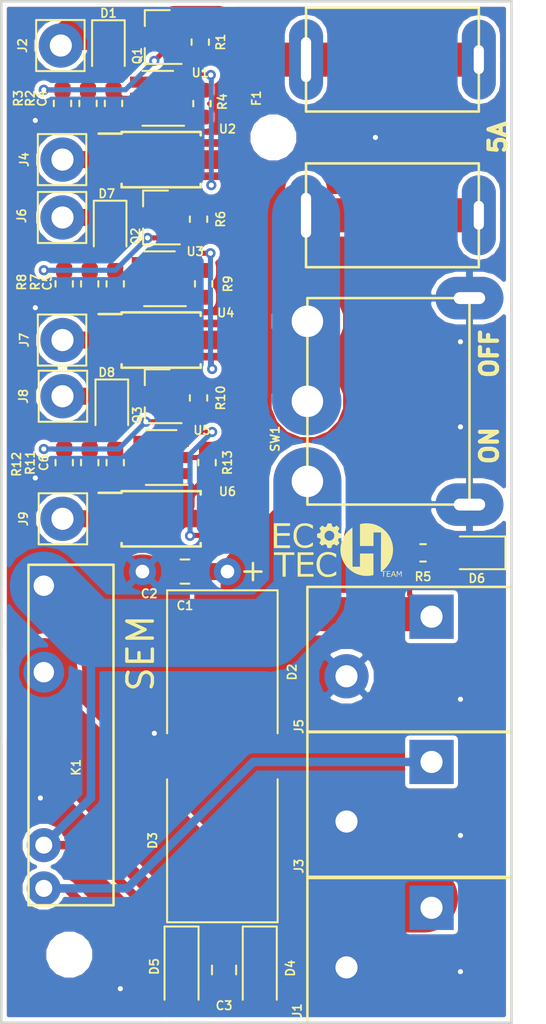
<source format=kicad_pcb>
(kicad_pcb (version 20171130) (host pcbnew "(5.0.2)-1")
  (layers (0 F.Cu signal) (31 B.Cu signal) (34 B.Paste user hide) (35 F.Paste user hide) (36 B.SilkS user) (37 F.SilkS user) (38 B.Mask user) (39 F.Mask user) (44 Edge.Cuts user))
  (net 0 "")
  (net 1 "Net-(D1-Pad2)")
  (net 2 "Net-(C4-Pad2)")
  (net 3 "Net-(C6-Pad2)")
  (net 4 "Net-(D8-Pad2)")
  (net 5 "Net-(C4-Pad1)")
  (net 6 "Net-(F1-Pad2)")
  (net 7 GND)
  (net 8 "Net-(R13-Pad1)")
  (net 9 "Net-(Q3-Pad1)")
  (net 10 "Net-(Q1-Pad1)")
  (net 11 "Net-(R4-Pad1)")
  (net 12 "Net-(Q2-Pad2)")
  (net 13 "Net-(D6-Pad2)")
  (net 14 +12V)
  (net 15 "Net-(D7-Pad2)")
  (net 16 "Net-(C5-Pad2)")
  (net 17 "Net-(Q2-Pad1)")
  (net 18 "Net-(C5-Pad1)")
  (net 19 "Net-(Q3-Pad2)")
  (net 20 "Net-(R9-Pad1)")
  (net 21 "Net-(C6-Pad1)")
  (net 22 "Net-(U1-Pad1)")
  (net 23 "Net-(U1-Pad3)")
  (net 24 "Net-(U1-Pad4)")
  (net 25 "Net-(U3-Pad4)")
  (net 26 "Net-(U3-Pad3)")
  (net 27 "Net-(U3-Pad1)")
  (net 28 "Net-(U5-Pad1)")
  (net 29 "Net-(U5-Pad3)")
  (net 30 "Net-(U5-Pad4)")
  (net 31 "Net-(D1-Pad1)")
  (net 32 "Net-(D7-Pad1)")
  (net 33 "Net-(D8-Pad1)")
  (net 34 "Net-(U6-Pad1)")
  (net 35 "Net-(U2-Pad1)")
  (net 36 "Net-(U4-Pad1)")
  (net 37 "Net-(D5-Pad2)")
  (net 38 "Net-(C3-Pad1)")
  (net 39 "Net-(F1-Pad1)")
  (net 40 "Net-(U6-Pad8)")
  (net 41 "Net-(U2-Pad8)")
  (net 42 "Net-(U4-Pad8)")
  (module Footprints:EcoTech_small (layer F.Cu) (at 154.6 93.4)
    (fp_text reference "" hide)
    (fp_text value EcoTechLogo hide)
  )
  (module Footprints:C_Radial_D10.0mm_H20.0mm_P5.00mm (layer F.Cu) (at 148.3 94.5 180)
    (fp_text reference C1 (at 2.5 -2 180) (layer F.SilkS) (effects (font (size 0.5 0.5) (thickness 0.1))))
    (fp_text value 470u)
    (pad 2 thru_hole circle (at 5 0 180) (size 1.6 1.6) (drill 0.8) (layers *.Cu *.Mask) (net 7 GND))
    (pad 1 thru_hole circle (at 0 0 180) (size 1.6 1.6) (drill 0.8) (layers *.Cu *.Mask) (net 14 +12V))
  )
  (module Footprints:Fuse_Blade_90 (layer F.Cu) (at 158 69 90)
    (fp_text reference F1 (at 2.3 -8 270) (layer F.SilkS) (effects (font (size 0.5 0.5) (thickness 0.1))))
    (fp_text value Fuse)
    (pad 2 thru_hole oval (at 4.572 5.08 90) (size 4.7 2) (drill oval 1.7 0.6) (layers *.Cu *.Mask) (net 6 "Net-(F1-Pad2)"))
    (pad 2 thru_hole oval (at 4.572 -5.08 90) (size 4.75 2) (drill oval 2.64 0.6) (layers *.Cu *.Mask) (net 6 "Net-(F1-Pad2)"))
    (pad 1 thru_hole oval (at -4.572 5.08 90) (size 4.7 2) (drill oval 1.7 0.6) (layers *.Cu *.Mask) (net 39 "Net-(F1-Pad1)"))
    (pad 1 thru_hole oval (at -4.572 -5.08 90) (size 4.75 2) (drill oval 2.64 0.6) (layers *.Cu *.Mask) (net 39 "Net-(F1-Pad1)"))
  )
  (module Footprints:RFM18 (layer F.Cu) (at 136.6 104.1 270)
    (fp_text reference K1 (at 1.9 -2.8 270) (layer F.SilkS) (effects (font (size 0.5 0.5) (thickness 0.1))))
    (fp_text value FRM18)
    (pad 4 thru_hole circle (at 9.01 -0.9 270) (size 2 2) (drill 1) (layers *.Cu *.Mask) (net 37 "Net-(D5-Pad2)"))
    (pad 3 thru_hole circle (at 6.47 -0.9 270) (size 2 2) (drill 1) (layers *.Cu *.Mask) (net 14 +12V))
    (pad 2 thru_hole circle (at -3.69 -0.9 270) (size 2.4 2.4) (drill 1.2) (layers *.Cu *.Mask) (net 38 "Net-(C3-Pad1)"))
    (pad 1 thru_hole circle (at -8.77 -0.9 270) (size 2.4 2.4) (drill 1.2) (layers *.Cu *.Mask) (net 14 +12V))
  )
  (module Footprints:TerminalBlock_DG250_02P (layer F.Cu) (at 165 95.4 270)
    (fp_text reference J5 (at 8.2 12.5 270) (layer F.SilkS) (effects (font (size 0.5 0.5) (thickness 0.1))))
    (fp_text value Screw_Terminal_01x02 hide)
    (pad 1 thru_hole rect (at 1.75 4.7 270) (size 2.6 2.6) (drill 1.3) (layers *.Cu *.Mask) (net 14 +12V))
    (pad 2 thru_hole circle (at 5.25 9.7 270) (size 2.6 2.6) (drill 1.3) (layers *.Cu *.Mask) (net 7 GND))
  )
  (module Footprints:TerminalBlock_DG250_02P (layer F.Cu) (at 165 112.5 270)
    (fp_text reference J1 (at 7.8 12.6 270) (layer F.SilkS) (effects (font (size 0.5 0.5) (thickness 0.1))))
    (fp_text value Screw_Terminal_01x02 hide)
    (pad 1 thru_hole rect (at 1.75 4.7 270) (size 2.6 2.6) (drill 1.3) (layers *.Cu *.Mask) (net 38 "Net-(C3-Pad1)"))
    (pad 2 thru_hole circle (at 5.25 9.7 270) (size 2.6 2.6) (drill 1.3) (layers *.Cu *.Mask) (net 7 GND))
  )
  (module Footprints:TerminalBlock_DG250_02P (layer F.Cu) (at 165 103.932 270)
    (fp_text reference J3 (at 7.868 12.5 270) (layer F.SilkS) (effects (font (size 0.5 0.5) (thickness 0.1))))
    (fp_text value Screw_Terminal_01x02 hide)
    (pad 1 thru_hole rect (at 1.75 4.7 270) (size 2.6 2.6) (drill 1.3) (layers *.Cu *.Mask) (net 37 "Net-(D5-Pad2)"))
    (pad 2 thru_hole circle (at 5.25 9.7 270) (size 2.6 2.6) (drill 1.3) (layers *.Cu *.Mask) (net 7 GND))
  )
  (module MountingHole:MountingHole_2.2mm_M2 (layer F.Cu) (at 151 69)
    (fp_text reference H1 hide)
    (fp_text value MountingHole)
    (pad 1 np_thru_hole circle (at 0 0) (size 2.2 2.2) (drill 2.2) (layers *.Cu *.Mask))
  )
  (module MountingHole:MountingHole_2.2mm_M2 (layer F.Cu) (at 139 117)
    (fp_text reference H2 hide)
    (fp_text value MountingHole)
    (pad 1 np_thru_hole circle (at 0 0) (size 2.2 2.2) (drill 2.2) (layers *.Cu *.Mask))
  )
  (module Footprints:5MS1S102AM6QE (layer F.Cu) (at 158 84.5 90)
    (fp_text reference SW1 (at -2.2 -6.9 90) (layer F.SilkS) (effects (font (size 0.5 0.5) (thickness 0.1))))
    (fp_text value SW_SPDT)
    (pad 0 thru_hole oval (at 6.065 4.53 90) (size 2.5 4) (drill oval 0.7 1.85) (layers *.Cu *.Mask) (net 7 GND))
    (pad 0 thru_hole oval (at -6.065 4.53 90) (size 2.5 4) (drill oval 0.7 1.85) (layers *.Cu *.Mask) (net 7 GND))
    (pad 3 thru_hole circle (at -4.7 -5 90) (size 3.7 3.7) (drill 1.85) (layers *.Cu *.Mask) (net 14 +12V))
    (pad 2 thru_hole circle (at 0 -5 90) (size 3.7 3.7) (drill 1.85) (layers *.Cu *.Mask) (net 39 "Net-(F1-Pad1)"))
    (pad 1 thru_hole circle (at 4.7 -5 90) (size 3.7 3.7) (drill 1.85) (layers *.Cu *.Mask) (net 39 "Net-(F1-Pad1)"))
  )
  (module Package_SO:TSSOP-8_4.4x3mm_P0.65mm (layer F.Cu) (at 144.4 80.9)
    (fp_text reference U4 (at 3.8 -1.6) (layer F.SilkS) (effects (font (size 0.5 0.5) (thickness 0.1))))
    (fp_text value FS8205A)
    (pad 8 smd rect (at 2.95 -0.975) (size 1.45 0.45) (layers F.Cu F.Paste F.Mask) (net 42 "Net-(U4-Pad8)"))
    (pad 7 smd rect (at 2.95 -0.325) (size 1.45 0.45) (layers F.Cu F.Paste F.Mask) (net 19 "Net-(Q3-Pad2)"))
    (pad 6 smd rect (at 2.95 0.325) (size 1.45 0.45) (layers F.Cu F.Paste F.Mask) (net 19 "Net-(Q3-Pad2)"))
    (pad 5 smd rect (at 2.95 0.975) (size 1.45 0.45) (layers F.Cu F.Paste F.Mask) (net 26 "Net-(U3-Pad3)"))
    (pad 4 smd rect (at -2.95 0.975) (size 1.45 0.45) (layers F.Cu F.Paste F.Mask) (net 27 "Net-(U3-Pad1)"))
    (pad 3 smd rect (at -2.95 0.325) (size 1.45 0.45) (layers F.Cu F.Paste F.Mask) (net 16 "Net-(C5-Pad2)"))
    (pad 2 smd rect (at -2.95 -0.325) (size 1.45 0.45) (layers F.Cu F.Paste F.Mask) (net 16 "Net-(C5-Pad2)"))
    (pad 1 smd rect (at -2.95 -0.975) (size 1.45 0.45) (layers F.Cu F.Paste F.Mask) (net 36 "Net-(U4-Pad1)"))
  )
  (module Resistor_SMD:R_0603_1608Metric (layer F.Cu) (at 146.9 77.6 270)
    (fp_text reference R9 (at 0 -1.43 270) (layer F.SilkS) (effects (font (size 0.5 0.5) (thickness 0.1))))
    (fp_text value 1k)
    (pad 2 smd roundrect (at 0.7875 0 270) (size 0.875 0.95) (layers F.Cu F.Paste F.Mask) (net 19 "Net-(Q3-Pad2)"))
    (pad 1 smd roundrect (at -0.7875 0 270) (size 0.875 0.95) (layers F.Cu F.Paste F.Mask) (net 20 "Net-(R9-Pad1)"))
  )
  (module Capacitor_SMD:C_0603_1608Metric (layer F.Cu) (at 141.6 67 270)
    (fp_text reference C4 (at -0.3 4.2 270) (layer F.SilkS) (effects (font (size 0.5 0.5) (thickness 0.1))))
    (fp_text value 100n)
    (pad 2 smd roundrect (at 0.7875 0 270) (size 0.875 0.95) (layers F.Cu F.Paste F.Mask) (net 2 "Net-(C4-Pad2)"))
    (pad 1 smd roundrect (at -0.7875 0 270) (size 0.875 0.95) (layers F.Cu F.Paste F.Mask) (net 5 "Net-(C4-Pad1)"))
  )
  (module Capacitor_SMD:C_0603_1608Metric (layer F.Cu) (at 141.7 77.6 270)
    (fp_text reference C5 (at -0.1 4 270) (layer F.SilkS) (effects (font (size 0.5 0.5) (thickness 0.1))))
    (fp_text value 100n)
    (pad 2 smd roundrect (at 0.7875 0 270) (size 0.875 0.95) (layers F.Cu F.Paste F.Mask) (net 16 "Net-(C5-Pad2)"))
    (pad 1 smd roundrect (at -0.7875 0 270) (size 0.875 0.95) (layers F.Cu F.Paste F.Mask) (net 18 "Net-(C5-Pad1)"))
  )
  (module Capacitor_SMD:C_0603_1608Metric (layer F.Cu) (at 141.7 88.1 270)
    (fp_text reference C6 (at 0 4.2 270) (layer F.SilkS) (effects (font (size 0.5 0.5) (thickness 0.1))))
    (fp_text value 100n)
    (pad 2 smd roundrect (at 0.7875 0 270) (size 0.875 0.95) (layers F.Cu F.Paste F.Mask) (net 3 "Net-(C6-Pad2)"))
    (pad 1 smd roundrect (at -0.7875 0 270) (size 0.875 0.95) (layers F.Cu F.Paste F.Mask) (net 21 "Net-(C6-Pad1)"))
  )
  (module Capacitor_SMD:C_0805_2012Metric (layer F.Cu) (at 145.8 94.5 180)
    (fp_text reference C2 (at 2.1 -1.3 180) (layer F.SilkS) (effects (font (size 0.5 0.5) (thickness 0.1))))
    (fp_text value 100n)
    (pad 2 smd roundrect (at 0.9375 0 180) (size 0.975 1.4) (layers F.Cu F.Paste F.Mask) (net 7 GND))
    (pad 1 smd roundrect (at -0.9375 0 180) (size 0.975 1.4) (layers F.Cu F.Paste F.Mask) (net 14 +12V))
  )
  (module Capacitor_SMD:C_0805_2012Metric (layer F.Cu) (at 148.1 117.9 270)
    (fp_text reference C3 (at 2.1 0) (layer F.SilkS) (effects (font (size 0.5 0.5) (thickness 0.1))))
    (fp_text value 100n)
    (pad 2 smd roundrect (at 0.9375 0 270) (size 0.975 1.4) (layers F.Cu F.Paste F.Mask) (net 7 GND))
    (pad 1 smd roundrect (at -0.9375 0 270) (size 0.975 1.4) (layers F.Cu F.Paste F.Mask) (net 38 "Net-(C3-Pad1)"))
  )
  (module Connector_Pin:Pin_D1.4mm_L8.5mm_W2.8mm_FlatFork (layer F.Cu) (at 138.5 63.6 270)
    (fp_text reference J2 (at 0 2.25 270) (layer F.SilkS) (effects (font (size 0.5 0.5) (thickness 0.1))))
    (fp_text value Conn_01x01)
    (pad 1 thru_hole circle (at 0 0 270) (size 2.6 2.6) (drill 1.3) (layers *.Cu *.Mask) (net 31 "Net-(D1-Pad1)"))
  )
  (module Connector_Pin:Pin_D1.4mm_L8.5mm_W2.8mm_FlatFork (layer F.Cu) (at 138.6 70.3 270)
    (fp_text reference J4 (at 0 2.25 270) (layer F.SilkS) (effects (font (size 0.5 0.5) (thickness 0.1))))
    (fp_text value Conn_01x01)
    (pad 1 thru_hole circle (at 0 0 270) (size 2.6 2.6) (drill 1.3) (layers *.Cu *.Mask) (net 2 "Net-(C4-Pad2)"))
  )
  (module Connector_Pin:Pin_D1.4mm_L8.5mm_W2.8mm_FlatFork (layer F.Cu) (at 138.6 73.7 270)
    (fp_text reference J6 (at -0.1 2.4 270) (layer F.SilkS) (effects (font (size 0.5 0.5) (thickness 0.1))))
    (fp_text value Conn_01x01)
    (pad 1 thru_hole circle (at 0 0 270) (size 2.6 2.6) (drill 1.3) (layers *.Cu *.Mask) (net 32 "Net-(D7-Pad1)"))
  )
  (module Connector_Pin:Pin_D1.4mm_L8.5mm_W2.8mm_FlatFork (layer F.Cu) (at 138.6 80.9 270)
    (fp_text reference J7 (at 0 2.25 270) (layer F.SilkS) (effects (font (size 0.5 0.5) (thickness 0.1))))
    (fp_text value Conn_01x01)
    (pad 1 thru_hole circle (at 0 0 270) (size 2.6 2.6) (drill 1.3) (layers *.Cu *.Mask) (net 16 "Net-(C5-Pad2)"))
  )
  (module Connector_Pin:Pin_D1.4mm_L8.5mm_W2.8mm_FlatFork (layer F.Cu) (at 138.6 84.2 90)
    (fp_text reference J8 (at 0 -2.3 90) (layer F.SilkS) (effects (font (size 0.5 0.5) (thickness 0.1))))
    (fp_text value Conn_01x01)
    (pad 1 thru_hole circle (at 0 0 90) (size 2.6 2.6) (drill 1.3) (layers *.Cu *.Mask) (net 33 "Net-(D8-Pad1)"))
  )
  (module Connector_Pin:Pin_D1.4mm_L8.5mm_W2.8mm_FlatFork (layer F.Cu) (at 138.6 91.4 90)
    (fp_text reference J9 (at 0 -2.3 90) (layer F.SilkS) (effects (font (size 0.5 0.5) (thickness 0.1))))
    (fp_text value Conn_01x01)
    (pad 1 thru_hole circle (at 0 0 90) (size 2.6 2.6) (drill 1.3) (layers *.Cu *.Mask) (net 3 "Net-(C6-Pad2)"))
  )
  (module Diode_SMD:D_MiniMELF (layer F.Cu) (at 145.6 117.9 270)
    (fp_text reference D5 (at -0.2 1.6 90) (layer F.SilkS) (effects (font (size 0.5 0.5) (thickness 0.1))))
    (fp_text value D_ALT)
    (pad 2 smd rect (at 1.75 0 270) (size 1.3 1.7) (layers F.Cu F.Paste F.Mask) (net 37 "Net-(D5-Pad2)"))
    (pad 1 smd rect (at -1.75 0 270) (size 1.3 1.7) (layers F.Cu F.Paste F.Mask) (net 14 +12V))
  )
  (module Diode_SMD:D_MiniMELF (layer F.Cu) (at 150.2 117.9 270)
    (fp_text reference D4 (at -0.1 -1.8 270) (layer F.SilkS) (effects (font (size 0.5 0.5) (thickness 0.1))))
    (fp_text value D_ALT)
    (pad 2 smd rect (at 1.75 0 270) (size 1.3 1.7) (layers F.Cu F.Paste F.Mask) (net 7 GND))
    (pad 1 smd rect (at -1.75 0 270) (size 1.3 1.7) (layers F.Cu F.Paste F.Mask) (net 38 "Net-(C3-Pad1)"))
  )
  (module Diode_SMD:D_SMC (layer F.Cu) (at 148 110.3 90)
    (fp_text reference D3 (at 0 -4.1 90) (layer F.SilkS) (effects (font (size 0.5 0.5) (thickness 0.1))))
    (fp_text value D_TVS_ALT)
    (pad 2 smd rect (at 3.4 0 180) (size 3.3 2.5) (layers F.Cu F.Paste F.Mask) (net 7 GND))
    (pad 1 smd rect (at -3.4 0 180) (size 3.3 2.5) (layers F.Cu F.Paste F.Mask) (net 38 "Net-(C3-Pad1)"))
  )
  (module Diode_SMD:D_SMC (layer F.Cu) (at 148 100.4 270)
    (fp_text reference D2 (at 0 -4.1 270) (layer F.SilkS) (effects (font (size 0.5 0.5) (thickness 0.1))))
    (fp_text value D_TVS_ALT)
    (pad 2 smd rect (at 3.4 0) (size 3.3 2.5) (layers F.Cu F.Paste F.Mask) (net 7 GND))
    (pad 1 smd rect (at -3.4 0) (size 3.3 2.5) (layers F.Cu F.Paste F.Mask) (net 14 +12V))
  )
  (module LED_SMD:LED_0805_2012Metric (layer F.Cu) (at 141.4 74.4 270)
    (fp_text reference D7 (at -2.1 0.2) (layer F.SilkS) (effects (font (size 0.5 0.5) (thickness 0.1))))
    (fp_text value RED)
    (pad 2 smd roundrect (at 0.9375 0 270) (size 0.975 1.4) (layers F.Cu F.Paste F.Mask) (net 15 "Net-(D7-Pad2)"))
    (pad 1 smd roundrect (at -0.9375 0 270) (size 0.975 1.4) (layers F.Cu F.Paste F.Mask) (net 32 "Net-(D7-Pad1)"))
  )
  (module LED_SMD:LED_0805_2012Metric (layer F.Cu) (at 141.5 84.9 270)
    (fp_text reference D8 (at -2.1 0.3) (layer F.SilkS) (effects (font (size 0.5 0.5) (thickness 0.1))))
    (fp_text value RED)
    (pad 2 smd roundrect (at 0.9375 0 270) (size 0.975 1.4) (layers F.Cu F.Paste F.Mask) (net 4 "Net-(D8-Pad2)"))
    (pad 1 smd roundrect (at -0.9375 0 270) (size 0.975 1.4) (layers F.Cu F.Paste F.Mask) (net 33 "Net-(D8-Pad1)"))
  )
  (module LED_SMD:LED_0805_2012Metric (layer F.Cu) (at 141.3 63.8 270)
    (fp_text reference D1 (at -2.1 0) (layer F.SilkS) (effects (font (size 0.5 0.5) (thickness 0.1))))
    (fp_text value RED)
    (pad 2 smd roundrect (at 0.9375 0 270) (size 0.975 1.4) (layers F.Cu F.Paste F.Mask) (net 1 "Net-(D1-Pad2)"))
    (pad 1 smd roundrect (at -0.9375 0 270) (size 0.975 1.4) (layers F.Cu F.Paste F.Mask) (net 31 "Net-(D1-Pad1)"))
  )
  (module LED_SMD:LED_0805_2012Metric (layer F.Cu) (at 162.9625 93.4 180)
    (fp_text reference D6 (at 0 -1.5 180) (layer F.SilkS) (effects (font (size 0.5 0.5) (thickness 0.1))))
    (fp_text value GREEN)
    (pad 2 smd roundrect (at 0.9375 0 180) (size 0.975 1.4) (layers F.Cu F.Paste F.Mask) (net 13 "Net-(D6-Pad2)"))
    (pad 1 smd roundrect (at -0.9375 0 180) (size 0.975 1.4) (layers F.Cu F.Paste F.Mask) (net 7 GND))
  )
  (module Package_SO:TSSOP-8_4.4x3mm_P0.65mm (layer F.Cu) (at 144.4 70.3)
    (fp_text reference U2 (at 3.9 -1.8) (layer F.SilkS) (effects (font (size 0.5 0.5) (thickness 0.1))))
    (fp_text value FS8205A)
    (pad 8 smd rect (at 2.95 -0.975) (size 1.45 0.45) (layers F.Cu F.Paste F.Mask) (net 41 "Net-(U2-Pad8)"))
    (pad 7 smd rect (at 2.95 -0.325) (size 1.45 0.45) (layers F.Cu F.Paste F.Mask) (net 12 "Net-(Q2-Pad2)"))
    (pad 6 smd rect (at 2.95 0.325) (size 1.45 0.45) (layers F.Cu F.Paste F.Mask) (net 12 "Net-(Q2-Pad2)"))
    (pad 5 smd rect (at 2.95 0.975) (size 1.45 0.45) (layers F.Cu F.Paste F.Mask) (net 23 "Net-(U1-Pad3)"))
    (pad 4 smd rect (at -2.95 0.975) (size 1.45 0.45) (layers F.Cu F.Paste F.Mask) (net 22 "Net-(U1-Pad1)"))
    (pad 3 smd rect (at -2.95 0.325) (size 1.45 0.45) (layers F.Cu F.Paste F.Mask) (net 2 "Net-(C4-Pad2)"))
    (pad 2 smd rect (at -2.95 -0.325) (size 1.45 0.45) (layers F.Cu F.Paste F.Mask) (net 2 "Net-(C4-Pad2)"))
    (pad 1 smd rect (at -2.95 -0.975) (size 1.45 0.45) (layers F.Cu F.Paste F.Mask) (net 35 "Net-(U2-Pad1)"))
  )
  (module Package_SO:TSSOP-8_4.4x3mm_P0.65mm (layer F.Cu) (at 144.4 91.4)
    (fp_text reference U6 (at 3.9 -1.6) (layer F.SilkS) (effects (font (size 0.5 0.5) (thickness 0.1))))
    (fp_text value FS8205A)
    (pad 8 smd rect (at 2.95 -0.975) (size 1.45 0.45) (layers F.Cu F.Paste F.Mask) (net 40 "Net-(U6-Pad8)"))
    (pad 7 smd rect (at 2.95 -0.325) (size 1.45 0.45) (layers F.Cu F.Paste F.Mask) (net 7 GND))
    (pad 6 smd rect (at 2.95 0.325) (size 1.45 0.45) (layers F.Cu F.Paste F.Mask) (net 7 GND))
    (pad 5 smd rect (at 2.95 0.975) (size 1.45 0.45) (layers F.Cu F.Paste F.Mask) (net 29 "Net-(U5-Pad3)"))
    (pad 4 smd rect (at -2.95 0.975) (size 1.45 0.45) (layers F.Cu F.Paste F.Mask) (net 28 "Net-(U5-Pad1)"))
    (pad 3 smd rect (at -2.95 0.325) (size 1.45 0.45) (layers F.Cu F.Paste F.Mask) (net 3 "Net-(C6-Pad2)"))
    (pad 2 smd rect (at -2.95 -0.325) (size 1.45 0.45) (layers F.Cu F.Paste F.Mask) (net 3 "Net-(C6-Pad2)"))
    (pad 1 smd rect (at -2.95 -0.975) (size 1.45 0.45) (layers F.Cu F.Paste F.Mask) (net 34 "Net-(U6-Pad1)"))
  )
  (module Package_TO_SOT_SMD:SOT-23 (layer F.Cu) (at 144.2 84.2 180)
    (fp_text reference Q3 (at 1.2 -1.1 270) (layer F.SilkS) (effects (font (size 0.5 0.5) (thickness 0.1))))
    (fp_text value Q_PMOS_GSD)
    (pad 3 smd rect (at 1 0 180) (size 0.9 0.8) (layers F.Cu F.Paste F.Mask) (net 33 "Net-(D8-Pad1)"))
    (pad 2 smd rect (at -1 0.95 180) (size 0.9 0.8) (layers F.Cu F.Paste F.Mask) (net 19 "Net-(Q3-Pad2)"))
    (pad 1 smd rect (at -1 -0.95 180) (size 0.9 0.8) (layers F.Cu F.Paste F.Mask) (net 9 "Net-(Q3-Pad1)"))
  )
  (module Package_TO_SOT_SMD:SOT-23 (layer F.Cu) (at 144.1 73.7 180)
    (fp_text reference Q2 (at 1.2 -1.1 270) (layer F.SilkS) (effects (font (size 0.5 0.5) (thickness 0.1))))
    (fp_text value Q_PMOS_GSD)
    (pad 3 smd rect (at 1 0 180) (size 0.9 0.8) (layers F.Cu F.Paste F.Mask) (net 32 "Net-(D7-Pad1)"))
    (pad 2 smd rect (at -1 0.95 180) (size 0.9 0.8) (layers F.Cu F.Paste F.Mask) (net 12 "Net-(Q2-Pad2)"))
    (pad 1 smd rect (at -1 -0.95 180) (size 0.9 0.8) (layers F.Cu F.Paste F.Mask) (net 17 "Net-(Q2-Pad1)"))
  )
  (module Package_TO_SOT_SMD:SOT-23 (layer F.Cu) (at 144.2 63.1 180)
    (fp_text reference Q1 (at 1.2 -1.1 270) (layer F.SilkS) (effects (font (size 0.5 0.5) (thickness 0.1))))
    (fp_text value Q_PMOS_GSD)
    (pad 3 smd rect (at 1 0 180) (size 0.9 0.8) (layers F.Cu F.Paste F.Mask) (net 31 "Net-(D1-Pad1)"))
    (pad 2 smd rect (at -1 0.95 180) (size 0.9 0.8) (layers F.Cu F.Paste F.Mask) (net 6 "Net-(F1-Pad2)"))
    (pad 1 smd rect (at -1 -0.95 180) (size 0.9 0.8) (layers F.Cu F.Paste F.Mask) (net 10 "Net-(Q1-Pad1)"))
  )
  (module Package_TO_SOT_SMD:SOT-23-6 (layer F.Cu) (at 144.4 87.8 180)
    (fp_text reference U5 (at -2.4 1.6 180) (layer F.SilkS) (effects (font (size 0.5 0.5) (thickness 0.1))))
    (fp_text value DW01-P)
    (pad 5 smd rect (at 1.1 0 180) (size 1.06 0.65) (layers F.Cu F.Paste F.Mask) (net 21 "Net-(C6-Pad1)"))
    (pad 6 smd rect (at 1.1 -0.95 180) (size 1.06 0.65) (layers F.Cu F.Paste F.Mask) (net 3 "Net-(C6-Pad2)"))
    (pad 4 smd rect (at 1.1 0.95 180) (size 1.06 0.65) (layers F.Cu F.Paste F.Mask) (net 30 "Net-(U5-Pad4)"))
    (pad 3 smd rect (at -1.1 0.95 180) (size 1.06 0.65) (layers F.Cu F.Paste F.Mask) (net 29 "Net-(U5-Pad3)"))
    (pad 2 smd rect (at -1.1 0 180) (size 1.06 0.65) (layers F.Cu F.Paste F.Mask) (net 8 "Net-(R13-Pad1)"))
    (pad 1 smd rect (at -1.1 -0.95 180) (size 1.06 0.65) (layers F.Cu F.Paste F.Mask) (net 28 "Net-(U5-Pad1)"))
  )
  (module Package_TO_SOT_SMD:SOT-23-6 (layer F.Cu) (at 144.3 77.3 180)
    (fp_text reference U3 (at -2.1 1.6 180) (layer F.SilkS) (effects (font (size 0.5 0.5) (thickness 0.1))))
    (fp_text value DW01-P)
    (pad 5 smd rect (at 1.1 0 180) (size 1.06 0.65) (layers F.Cu F.Paste F.Mask) (net 18 "Net-(C5-Pad1)"))
    (pad 6 smd rect (at 1.1 -0.95 180) (size 1.06 0.65) (layers F.Cu F.Paste F.Mask) (net 16 "Net-(C5-Pad2)"))
    (pad 4 smd rect (at 1.1 0.95 180) (size 1.06 0.65) (layers F.Cu F.Paste F.Mask) (net 25 "Net-(U3-Pad4)"))
    (pad 3 smd rect (at -1.1 0.95 180) (size 1.06 0.65) (layers F.Cu F.Paste F.Mask) (net 26 "Net-(U3-Pad3)"))
    (pad 2 smd rect (at -1.1 0 180) (size 1.06 0.65) (layers F.Cu F.Paste F.Mask) (net 20 "Net-(R9-Pad1)"))
    (pad 1 smd rect (at -1.1 -0.95 180) (size 1.06 0.65) (layers F.Cu F.Paste F.Mask) (net 27 "Net-(U3-Pad1)"))
  )
  (module Package_TO_SOT_SMD:SOT-23-6 (layer F.Cu) (at 144.2 66.7 180)
    (fp_text reference U1 (at -2.5 1.5 180) (layer F.SilkS) (effects (font (size 0.5 0.5) (thickness 0.1))))
    (fp_text value DW01-P)
    (pad 5 smd rect (at 1.1 0 180) (size 1.06 0.65) (layers F.Cu F.Paste F.Mask) (net 5 "Net-(C4-Pad1)"))
    (pad 6 smd rect (at 1.1 -0.95 180) (size 1.06 0.65) (layers F.Cu F.Paste F.Mask) (net 2 "Net-(C4-Pad2)"))
    (pad 4 smd rect (at 1.1 0.95 180) (size 1.06 0.65) (layers F.Cu F.Paste F.Mask) (net 24 "Net-(U1-Pad4)"))
    (pad 3 smd rect (at -1.1 0.95 180) (size 1.06 0.65) (layers F.Cu F.Paste F.Mask) (net 23 "Net-(U1-Pad3)"))
    (pad 2 smd rect (at -1.1 0 180) (size 1.06 0.65) (layers F.Cu F.Paste F.Mask) (net 11 "Net-(R4-Pad1)"))
    (pad 1 smd rect (at -1.1 -0.95 180) (size 1.06 0.65) (layers F.Cu F.Paste F.Mask) (net 22 "Net-(U1-Pad1)"))
  )
  (module Resistor_SMD:R_0603_1608Metric (layer F.Cu) (at 146.6 84.3 90)
    (fp_text reference R10 (at 0 1.3 90) (layer F.SilkS) (effects (font (size 0.5 0.5) (thickness 0.1))))
    (fp_text value 100)
    (pad 2 smd roundrect (at 0.7875 0 90) (size 0.875 0.95) (layers F.Cu F.Paste F.Mask) (net 19 "Net-(Q3-Pad2)"))
    (pad 1 smd roundrect (at -0.7875 0 90) (size 0.875 0.95) (layers F.Cu F.Paste F.Mask) (net 21 "Net-(C6-Pad1)"))
  )
  (module Resistor_SMD:R_0603_1608Metric (layer F.Cu) (at 146.6 73.8 90)
    (fp_text reference R6 (at 0 1.3 90) (layer F.SilkS) (effects (font (size 0.5 0.5) (thickness 0.1))))
    (fp_text value 100)
    (pad 2 smd roundrect (at 0.7875 0 90) (size 0.875 0.95) (layers F.Cu F.Paste F.Mask) (net 12 "Net-(Q2-Pad2)"))
    (pad 1 smd roundrect (at -0.7875 0 90) (size 0.875 0.95) (layers F.Cu F.Paste F.Mask) (net 18 "Net-(C5-Pad1)"))
  )
  (module Resistor_SMD:R_0603_1608Metric (layer F.Cu) (at 138.7 77.6 270)
    (fp_text reference R8 (at -0.1 2.5 270) (layer F.SilkS) (effects (font (size 0.5 0.5) (thickness 0.1))))
    (fp_text value 10k)
    (pad 2 smd roundrect (at 0.7875 0 270) (size 0.875 0.95) (layers F.Cu F.Paste F.Mask) (net 16 "Net-(C5-Pad2)"))
    (pad 1 smd roundrect (at -0.7875 0 270) (size 0.875 0.95) (layers F.Cu F.Paste F.Mask) (net 17 "Net-(Q2-Pad1)"))
  )
  (module Resistor_SMD:R_0603_1608Metric (layer F.Cu) (at 140.2 77.6 270)
    (fp_text reference R7 (at -0.1 3.2 270) (layer F.SilkS) (effects (font (size 0.5 0.5) (thickness 0.1))))
    (fp_text value 1k)
    (pad 2 smd roundrect (at 0.7875 0 270) (size 0.875 0.95) (layers F.Cu F.Paste F.Mask) (net 16 "Net-(C5-Pad2)"))
    (pad 1 smd roundrect (at -0.7875 0 270) (size 0.875 0.95) (layers F.Cu F.Paste F.Mask) (net 15 "Net-(D7-Pad2)"))
  )
  (module Resistor_SMD:R_0603_1608Metric (layer F.Cu) (at 159.8 93.4)
    (fp_text reference R5 (at 0 1.4) (layer F.SilkS) (effects (font (size 0.5 0.5) (thickness 0.1))))
    (fp_text value 2k)
    (pad 2 smd roundrect (at 0.7875 0) (size 0.875 0.95) (layers F.Cu F.Paste F.Mask) (net 13 "Net-(D6-Pad2)"))
    (pad 1 smd roundrect (at -0.7875 0) (size 0.875 0.95) (layers F.Cu F.Paste F.Mask) (net 14 +12V))
  )
  (module Resistor_SMD:R_0603_1608Metric (layer F.Cu) (at 146.8 67.0125 270)
    (fp_text reference R4 (at -0.1125 -1.2 270) (layer F.SilkS) (effects (font (size 0.5 0.5) (thickness 0.1))))
    (fp_text value 1k)
    (pad 2 smd roundrect (at 0.7875 0 270) (size 0.875 0.95) (layers F.Cu F.Paste F.Mask) (net 12 "Net-(Q2-Pad2)"))
    (pad 1 smd roundrect (at -0.7875 0 270) (size 0.875 0.95) (layers F.Cu F.Paste F.Mask) (net 11 "Net-(R4-Pad1)"))
  )
  (module Resistor_SMD:R_0603_1608Metric (layer F.Cu) (at 138.6 67 270)
    (fp_text reference R3 (at -0.3 2.6 270) (layer F.SilkS) (effects (font (size 0.5 0.5) (thickness 0.1))))
    (fp_text value 10k)
    (pad 2 smd roundrect (at 0.7875 0 270) (size 0.875 0.95) (layers F.Cu F.Paste F.Mask) (net 2 "Net-(C4-Pad2)"))
    (pad 1 smd roundrect (at -0.7875 0 270) (size 0.875 0.95) (layers F.Cu F.Paste F.Mask) (net 10 "Net-(Q1-Pad1)"))
  )
  (module Resistor_SMD:R_0603_1608Metric (layer F.Cu) (at 138.7 88.1 270)
    (fp_text reference R12 (at 0.1 2.8 270) (layer F.SilkS) (effects (font (size 0.5 0.5) (thickness 0.1))))
    (fp_text value 10k)
    (pad 2 smd roundrect (at 0.7875 0 270) (size 0.875 0.95) (layers F.Cu F.Paste F.Mask) (net 3 "Net-(C6-Pad2)"))
    (pad 1 smd roundrect (at -0.7875 0 270) (size 0.875 0.95) (layers F.Cu F.Paste F.Mask) (net 9 "Net-(Q3-Pad1)"))
  )
  (module Resistor_SMD:R_0603_1608Metric (layer F.Cu) (at 147.1 88.1 270)
    (fp_text reference R13 (at 0 -1.2 270) (layer F.SilkS) (effects (font (size 0.5 0.5) (thickness 0.1))))
    (fp_text value 1k)
    (pad 2 smd roundrect (at 0.7875 0 270) (size 0.875 0.95) (layers F.Cu F.Paste F.Mask) (net 7 GND))
    (pad 1 smd roundrect (at -0.7875 0 270) (size 0.875 0.95) (layers F.Cu F.Paste F.Mask) (net 8 "Net-(R13-Pad1)"))
  )
  (module Resistor_SMD:R_0603_1608Metric (layer F.Cu) (at 146.7 63.4 90)
    (fp_text reference R1 (at 0 1.2 90) (layer F.SilkS) (effects (font (size 0.5 0.5) (thickness 0.1))))
    (fp_text value 100)
    (pad 2 smd roundrect (at 0.7875 0 90) (size 0.875 0.95) (layers F.Cu F.Paste F.Mask) (net 6 "Net-(F1-Pad2)"))
    (pad 1 smd roundrect (at -0.7875 0 90) (size 0.875 0.95) (layers F.Cu F.Paste F.Mask) (net 5 "Net-(C4-Pad1)"))
  )
  (module Resistor_SMD:R_0603_1608Metric (layer F.Cu) (at 140.2 88.1 270)
    (fp_text reference R11 (at 0 3.5 270) (layer F.SilkS) (effects (font (size 0.5 0.5) (thickness 0.1))))
    (fp_text value 1k)
    (pad 2 smd roundrect (at 0.7875 0 270) (size 0.875 0.95) (layers F.Cu F.Paste F.Mask) (net 3 "Net-(C6-Pad2)"))
    (pad 1 smd roundrect (at -0.7875 0 270) (size 0.875 0.95) (layers F.Cu F.Paste F.Mask) (net 4 "Net-(D8-Pad2)"))
  )
  (module Resistor_SMD:R_0603_1608Metric (layer F.Cu) (at 140.1 67 270)
    (fp_text reference R2 (at -0.3 3.4 270) (layer F.SilkS) (effects (font (size 0.5 0.5) (thickness 0.1))))
    (fp_text value 1k)
    (pad 2 smd roundrect (at 0.7875 0 270) (size 0.875 0.95) (layers F.Cu F.Paste F.Mask) (net 2 "Net-(C4-Pad2)"))
    (pad 1 smd roundrect (at -0.7875 0 270) (size 0.875 0.95) (layers F.Cu F.Paste F.Mask) (net 1 "Net-(D1-Pad2)"))
  )
  (gr_text SEM (at 143.2 99.3 90) (layer F.SilkS) (effects (font (size 1.5 1.5) (thickness 0.2))))
  (gr_text OFF (at 163.7 81.7 90) (layer F.SilkS) (effects (font (size 1 1) (thickness 0.25))))
  (gr_text ON (at 163.7 87.1 90) (layer F.SilkS) (effects (font (size 1 1) (thickness 0.25))))
  (gr_text 5A (at 164.2 69 90) (layer F.SilkS) (effects (font (size 1 1) (thickness 0.25))))
  (gr_line (start 135 121) (end 165 121) (layer Edge.Cuts) (width 0.15))
  (gr_line (start 135 61) (end 135 121) (layer Edge.Cuts) (width 0.15))
  (gr_line (start 165 61) (end 135 61) (layer Edge.Cuts) (width 0.15))
  (gr_line (start 165 121) (end 165 61) (layer Edge.Cuts) (width 0.15))
  (segment (start 141.3 64.7375) (end 141.3 65.1125) (width 0.3) (layer F.Cu) (net 1))
  (segment (start 140.1 65.7) (end 140.1 66.2125) (width 0.3) (layer F.Cu) (net 1))
  (segment (start 141.3 64.7375) (end 141.0625 64.7375) (width 0.3) (layer F.Cu) (net 1))
  (segment (start 141.0625 64.7375) (end 140.1 65.7) (width 0.3) (layer F.Cu) (net 1))
  (segment (start 138.6 67.7875) (end 142.9625 67.7875) (width 0.3) (layer F.Cu) (net 2))
  (segment (start 138.6 70.3) (end 141.5 70.3) (width 1) (layer F.Cu) (net 2))
  (segment (start 141.45 69.975) (end 142.475 69.975) (width 0.3) (layer F.Cu) (net 2))
  (segment (start 143.1 69.35) (end 143.1 67.65) (width 0.3) (layer F.Cu) (net 2))
  (segment (start 142.475 69.975) (end 143.1 69.35) (width 0.3) (layer F.Cu) (net 2))
  (segment (start 138.6 91.4) (end 141.7 91.4) (width 1) (layer F.Cu) (net 3))
  (segment (start 143.1625 88.8875) (end 143.3 88.75) (width 0.3) (layer F.Cu) (net 3))
  (segment (start 138.7 88.8875) (end 143.1625 88.8875) (width 0.3) (layer F.Cu) (net 3))
  (segment (start 143.3 89.375) (end 143.3 88.75) (width 0.3) (layer F.Cu) (net 3))
  (segment (start 143.3 90.155002) (end 143.3 89.375) (width 0.3) (layer F.Cu) (net 3))
  (segment (start 142.055002 91.4) (end 143.3 90.155002) (width 0.3) (layer F.Cu) (net 3))
  (segment (start 141.7 91.4) (end 142.055002 91.4) (width 0.3) (layer F.Cu) (net 3))
  (segment (start 140.2 87.1375) (end 141.5 85.8375) (width 0.3) (layer F.Cu) (net 4))
  (segment (start 140.2 87.3125) (end 140.2 87.1375) (width 0.3) (layer F.Cu) (net 4))
  (segment (start 141.6 66.2125) (end 142.0875 66.7) (width 0.3) (layer F.Cu) (net 5))
  (segment (start 142.0875 66.7) (end 143.1 66.7) (width 0.3) (layer F.Cu) (net 5))
  (segment (start 146.238388 64.649112) (end 146.7 64.1875) (width 0.3) (layer F.Cu) (net 5))
  (segment (start 143.93 66.7) (end 144.2 66.43) (width 0.3) (layer F.Cu) (net 5))
  (segment (start 143.1 66.7) (end 143.93 66.7) (width 0.3) (layer F.Cu) (net 5))
  (segment (start 144.2 66.43) (end 144.2 65.4) (width 0.3) (layer F.Cu) (net 5))
  (segment (start 144.2 65.4) (end 144.770291 64.829709) (width 0.3) (layer F.Cu) (net 5))
  (segment (start 144.770291 64.829709) (end 146.057791 64.829709) (width 0.3) (layer F.Cu) (net 5))
  (segment (start 146.057791 64.829709) (end 146.238388 64.649112) (width 0.3) (layer F.Cu) (net 5))
  (segment (start 147.76701 62.27501) (end 145.2 62.27501) (width 2) (layer F.Cu) (net 6))
  (segment (start 149.92 64.428) (end 147.76701 62.27501) (width 2) (layer F.Cu) (net 6))
  (segment (start 152.92 64.428) (end 149.92 64.428) (width 2) (layer F.Cu) (net 6))
  (segment (start 152.92 64.428) (end 163.08 64.428) (width 2) (layer F.Cu) (net 6))
  (segment (start 147.1 88.8875) (end 146.1 89.8875) (width 0.3) (layer F.Cu) (net 7))
  (segment (start 146.1 89.8875) (end 146.1 91.4) (width 0.3) (layer F.Cu) (net 7))
  (segment (start 143.3 94.5) (end 144.8625 94.5) (width 1) (layer F.Cu) (net 7))
  (segment (start 148 103.8) (end 148 106.9) (width 3) (layer F.Cu) (net 7))
  (segment (start 151.3 100.6) (end 155.25 100.6) (width 2) (layer F.Cu) (net 7))
  (segment (start 155.25 100.6) (end 155.3 100.65) (width 2) (layer F.Cu) (net 7))
  (segment (start 148 103.8) (end 148.1 103.8) (width 2) (layer F.Cu) (net 7))
  (segment (start 148.1 103.8) (end 151.3 100.6) (width 2) (layer F.Cu) (net 7))
  (segment (start 143.3 98.8) (end 147.42 102.92) (width 4) (layer F.Cu) (net 7))
  (segment (start 143.3 95.494444) (end 143.3 98.8) (width 4) (layer F.Cu) (net 7))
  (segment (start 155.3 117.65) (end 155.3 110.9) (width 4) (layer B.Cu) (net 7))
  (segment (start 153.3 119.65) (end 155.3 117.65) (width 0.5) (layer F.Cu) (net 7))
  (segment (start 149.3875 118.8375) (end 150.2 119.65) (width 0.5) (layer F.Cu) (net 7))
  (segment (start 148.1 118.8375) (end 149.3875 118.8375) (width 0.5) (layer F.Cu) (net 7))
  (segment (start 153.3 119.65) (end 150.2 119.65) (width 0.5) (layer F.Cu) (net 7))
  (segment (start 155.3 110.9) (end 155.3 109.182) (width 4) (layer B.Cu) (net 7))
  (via (at 162 118) (size 0.6) (drill 0.3) (layers F.Cu B.Cu) (net 7))
  (via (at 162 110) (size 0.6) (drill 0.3) (layers F.Cu B.Cu) (net 7))
  (via (at 162 102) (size 0.6) (drill 0.3) (layers F.Cu B.Cu) (net 7))
  (via (at 162 86) (size 0.6) (drill 0.3) (layers F.Cu B.Cu) (net 7))
  (via (at 162 81) (size 0.6) (drill 0.3) (layers F.Cu B.Cu) (net 7))
  (via (at 157 69) (size 0.6) (drill 0.3) (layers F.Cu B.Cu) (net 7))
  (via (at 137 68) (size 0.6) (drill 0.3) (layers F.Cu B.Cu) (net 7))
  (via (at 137 79) (size 0.6) (drill 0.3) (layers F.Cu B.Cu) (net 7))
  (via (at 137 89) (size 0.6) (drill 0.3) (layers F.Cu B.Cu) (net 7))
  (via (at 144 104) (size 0.6) (drill 0.3) (layers F.Cu B.Cu) (net 7))
  (via (at 142 119) (size 0.6) (drill 0.3) (layers F.Cu B.Cu) (net 7))
  (via (at 137.3 107.8) (size 0.6) (drill 0.3) (layers F.Cu B.Cu) (net 7))
  (segment (start 147.6 106.9) (end 145.8 105.1) (width 4) (layer F.Cu) (net 7))
  (segment (start 155.3 109.182) (end 153.018 106.9) (width 4) (layer F.Cu) (net 7))
  (segment (start 153.018 106.9) (end 147.6 106.9) (width 4) (layer F.Cu) (net 7))
  (segment (start 150.2 103.8) (end 148 103.8) (width 3) (layer F.Cu) (net 7))
  (segment (start 150.3 103.9) (end 150.2 103.8) (width 3) (layer F.Cu) (net 7))
  (segment (start 145.1 91.4) (end 147.6 91.4) (width 1) (layer F.Cu) (net 7))
  (segment (start 144.8625 94.5) (end 144.8625 91.6375) (width 1) (layer F.Cu) (net 7))
  (segment (start 144.8625 91.6375) (end 145.1 91.4) (width 1) (layer F.Cu) (net 7))
  (segment (start 146.6125 87.8) (end 145.5 87.8) (width 0.3) (layer F.Cu) (net 8))
  (segment (start 147.1 87.3125) (end 146.6125 87.8) (width 0.3) (layer F.Cu) (net 8))
  (segment (start 145.007878 85.15) (end 144.457878 85.7) (width 0.3) (layer F.Cu) (net 9))
  (segment (start 145.2 85.15) (end 145.007878 85.15) (width 0.3) (layer F.Cu) (net 9))
  (segment (start 144.457878 85.7) (end 143.5 85.7) (width 0.3) (layer F.Cu) (net 9))
  (segment (start 138.125 87.3125) (end 138.1125 87.3) (width 0.3) (layer F.Cu) (net 9))
  (segment (start 138.7 87.3125) (end 138.125 87.3125) (width 0.3) (layer F.Cu) (net 9))
  (segment (start 138.1125 87.3) (end 137.5 87.3) (width 0.3) (layer F.Cu) (net 9))
  (segment (start 137.5 87.3) (end 137.5 87.3) (width 0.3) (layer F.Cu) (net 9))
  (via (at 137.5 87.3) (size 0.6) (drill 0.3) (layers F.Cu B.Cu) (net 9))
  (segment (start 143.5 85.7) (end 143.5 85.7) (width 0.3) (layer F.Cu) (net 9))
  (via (at 143.5 85.7) (size 0.6) (drill 0.3) (layers F.Cu B.Cu) (net 9))
  (segment (start 141.9 87.3) (end 143.5 85.7) (width 0.3) (layer B.Cu) (net 9))
  (segment (start 137.5 87.3) (end 141.9 87.3) (width 0.3) (layer B.Cu) (net 9))
  (segment (start 144.45 64.05) (end 144 64.5) (width 0.3) (layer F.Cu) (net 10))
  (segment (start 145.2 64.05) (end 144.45 64.05) (width 0.3) (layer F.Cu) (net 10))
  (segment (start 144 64.5) (end 144 64.5) (width 0.3) (layer F.Cu) (net 10))
  (via (at 144 64.5) (size 0.6) (drill 0.3) (layers F.Cu B.Cu) (net 10))
  (segment (start 138.025 66.2125) (end 137.5 66.2) (width 0.3) (layer F.Cu) (net 10))
  (segment (start 138.6 66.2125) (end 138.025 66.2125) (width 0.3) (layer F.Cu) (net 10))
  (segment (start 138.0125 66.2) (end 137.5 66.2) (width 0.3) (layer F.Cu) (net 10))
  (segment (start 137.5 66.2) (end 138.0125 66.2) (width 0.3) (layer F.Cu) (net 10))
  (via (at 137.5 66.2) (size 0.6) (drill 0.3) (layers F.Cu B.Cu) (net 10))
  (segment (start 143.600001 64.899999) (end 144 64.5) (width 0.3) (layer B.Cu) (net 10))
  (segment (start 137.5 66.2) (end 142.3 66.2) (width 0.3) (layer B.Cu) (net 10))
  (segment (start 142.3 66.2) (end 143.600001 64.899999) (width 0.3) (layer B.Cu) (net 10))
  (segment (start 146.325 66.7) (end 146.8 66.225) (width 0.3) (layer F.Cu) (net 11))
  (segment (start 145.3 66.7) (end 146.325 66.7) (width 0.3) (layer F.Cu) (net 11))
  (segment (start 145.1 71.35) (end 146.15 70.3) (width 1) (layer F.Cu) (net 12))
  (segment (start 145.1 72.75) (end 145.1 71.35) (width 1) (layer F.Cu) (net 12))
  (segment (start 146.15 68.45) (end 146.15 70.3) (width 0.3) (layer F.Cu) (net 12))
  (segment (start 146.8 67.8) (end 146.15 68.45) (width 0.3) (layer F.Cu) (net 12))
  (segment (start 146.15 70.3) (end 147.5 70.3) (width 1) (layer F.Cu) (net 12))
  (segment (start 146.3375 72.75) (end 146.6 73.0125) (width 0.3) (layer F.Cu) (net 12))
  (segment (start 145.1 72.75) (end 146.3375 72.75) (width 0.3) (layer F.Cu) (net 12))
  (segment (start 162.025 93.4) (end 160.5875 93.4) (width 0.3) (layer F.Cu) (net 13))
  (segment (start 159.0125 95.8625) (end 160.3 97.15) (width 0.3) (layer F.Cu) (net 14))
  (segment (start 159.0125 93.4) (end 159.0125 95.8625) (width 0.3) (layer F.Cu) (net 14))
  (segment (start 146.7375 94.5) (end 148.3 94.5) (width 1) (layer F.Cu) (net 14))
  (segment (start 147.9 97.7) (end 148 97.6) (width 0.5) (layer F.Cu) (net 14))
  (segment (start 160.15 97) (end 160.3 97.15) (width 2) (layer F.Cu) (net 14))
  (segment (start 148.6 97) (end 160.15 97) (width 2) (layer F.Cu) (net 14))
  (segment (start 145.08 116.67) (end 145.6 116.15) (width 0.5) (layer F.Cu) (net 14))
  (segment (start 140.27 98.1) (end 137.5 95.33) (width 4) (layer B.Cu) (net 14))
  (segment (start 139.87 110.57) (end 137.5 110.57) (width 0.5) (layer F.Cu) (net 14))
  (segment (start 145.6 116.15) (end 145.45 116.15) (width 0.5) (layer F.Cu) (net 14))
  (segment (start 145.45 116.15) (end 139.87 110.57) (width 0.5) (layer F.Cu) (net 14))
  (segment (start 140.27 107.8) (end 140.27 98.1) (width 0.5) (layer B.Cu) (net 14))
  (segment (start 137.5 110.57) (end 140.27 107.8) (width 0.5) (layer B.Cu) (net 14))
  (segment (start 149.9 94.8) (end 149.9 95.416295) (width 4) (layer F.Cu) (net 14))
  (segment (start 153 89.2) (end 153 91.7) (width 4) (layer F.Cu) (net 14))
  (segment (start 149.9 95.416295) (end 149.9 95.9) (width 4) (layer F.Cu) (net 14))
  (segment (start 153 91.7) (end 149.9 94.8) (width 4) (layer F.Cu) (net 14))
  (segment (start 150.8 98.1) (end 140.27 98.1) (width 4) (layer B.Cu) (net 14))
  (segment (start 153 89.2) (end 153 95.9) (width 4) (layer B.Cu) (net 14))
  (segment (start 153 95.9) (end 150.8 98.1) (width 4) (layer B.Cu) (net 14))
  (segment (start 140.2 76.5375) (end 141.4 75.3375) (width 0.3) (layer F.Cu) (net 15))
  (segment (start 140.2 76.8125) (end 140.2 76.5375) (width 0.3) (layer F.Cu) (net 15))
  (segment (start 138.6 80.9) (end 140.438477 80.9) (width 1) (layer F.Cu) (net 16))
  (segment (start 140.438477 80.9) (end 141.8 80.9) (width 1) (layer F.Cu) (net 16))
  (segment (start 143.2 78.875) (end 143.2 78.25) (width 0.3) (layer F.Cu) (net 16))
  (segment (start 143.2 79.755002) (end 143.2 78.875) (width 0.3) (layer F.Cu) (net 16))
  (segment (start 142.055002 80.9) (end 143.2 79.755002) (width 0.3) (layer F.Cu) (net 16))
  (segment (start 141.8 80.9) (end 142.055002 80.9) (width 0.3) (layer F.Cu) (net 16))
  (segment (start 143.0625 78.3875) (end 143.2 78.25) (width 0.3) (layer F.Cu) (net 16))
  (segment (start 138.7 78.3875) (end 143.0625 78.3875) (width 0.3) (layer F.Cu) (net 16))
  (segment (start 138.125 76.8125) (end 138.1125 76.8) (width 0.3) (layer F.Cu) (net 17))
  (segment (start 138.7 76.8125) (end 138.125 76.8125) (width 0.3) (layer F.Cu) (net 17))
  (segment (start 138.1125 76.8) (end 137.5 76.8) (width 0.3) (layer F.Cu) (net 17))
  (segment (start 144.85 74.9) (end 143.6 74.9) (width 0.3) (layer F.Cu) (net 17))
  (segment (start 145.1 74.65) (end 144.85 74.9) (width 0.3) (layer F.Cu) (net 17))
  (segment (start 143.6 74.9) (end 143.6 74.9) (width 0.3) (layer F.Cu) (net 17))
  (via (at 143.6 74.9) (size 0.6) (drill 0.3) (layers F.Cu B.Cu) (net 17))
  (segment (start 137.5 76.8) (end 137.5 76.8) (width 0.3) (layer F.Cu) (net 17))
  (via (at 137.5 76.8) (size 0.6) (drill 0.3) (layers F.Cu B.Cu) (net 17))
  (segment (start 141.7 76.8) (end 143.6 74.9) (width 0.3) (layer B.Cu) (net 17))
  (segment (start 137.5 76.8) (end 141.7 76.8) (width 0.3) (layer B.Cu) (net 17))
  (segment (start 142.1875 77.3) (end 143.2 77.3) (width 0.3) (layer F.Cu) (net 18))
  (segment (start 141.7 76.8125) (end 142.1875 77.3) (width 0.3) (layer F.Cu) (net 18))
  (segment (start 145.6875 75.5) (end 146.6 74.5875) (width 0.3) (layer F.Cu) (net 18))
  (segment (start 144.3 75.964998) (end 144.764998 75.5) (width 0.3) (layer F.Cu) (net 18))
  (segment (start 144.3 76.8) (end 144.3 75.964998) (width 0.3) (layer F.Cu) (net 18))
  (segment (start 143.2 77.3) (end 143.8 77.3) (width 0.3) (layer F.Cu) (net 18))
  (segment (start 144.764998 75.5) (end 145.6875 75.5) (width 0.3) (layer F.Cu) (net 18))
  (segment (start 143.8 77.3) (end 144.3 76.8) (width 0.3) (layer F.Cu) (net 18))
  (segment (start 145.2 81.85) (end 146.15 80.9) (width 1) (layer F.Cu) (net 19))
  (segment (start 145.2 83.25) (end 145.2 81.85) (width 1) (layer F.Cu) (net 19))
  (segment (start 146.65 80.9) (end 146.7 80.9) (width 0.3) (layer F.Cu) (net 19))
  (segment (start 146.15 80.9) (end 146.7 80.9) (width 1) (layer F.Cu) (net 19))
  (segment (start 146.15 79.1375) (end 146.15 80.9) (width 0.3) (layer F.Cu) (net 19))
  (segment (start 146.9 78.3875) (end 146.15 79.1375) (width 0.3) (layer F.Cu) (net 19))
  (segment (start 146.65 80.9) (end 147.6 80.9) (width 1) (layer F.Cu) (net 19))
  (segment (start 146.3375 83.25) (end 146.6 83.5125) (width 0.3) (layer F.Cu) (net 19))
  (segment (start 145.2 83.25) (end 146.3375 83.25) (width 0.3) (layer F.Cu) (net 19))
  (segment (start 146.4125 77.3) (end 145.4 77.3) (width 0.3) (layer F.Cu) (net 20))
  (segment (start 146.9 76.8125) (end 146.4125 77.3) (width 0.3) (layer F.Cu) (net 20))
  (segment (start 142.1875 87.8) (end 143.3 87.8) (width 0.3) (layer F.Cu) (net 21))
  (segment (start 141.7 87.3125) (end 142.1875 87.8) (width 0.3) (layer F.Cu) (net 21))
  (segment (start 146.4125 85.2875) (end 146.7 85.2875) (width 0.3) (layer F.Cu) (net 21))
  (segment (start 143.9 87.8) (end 144.4 87.3) (width 0.3) (layer F.Cu) (net 21))
  (segment (start 144.864998 86) (end 145.7 86) (width 0.3) (layer F.Cu) (net 21))
  (segment (start 143.3 87.8) (end 143.9 87.8) (width 0.3) (layer F.Cu) (net 21))
  (segment (start 144.4 87.3) (end 144.4 86.464998) (width 0.3) (layer F.Cu) (net 21))
  (segment (start 144.4 86.464998) (end 144.864998 86) (width 0.3) (layer F.Cu) (net 21))
  (segment (start 145.7 86) (end 146.4125 85.2875) (width 0.3) (layer F.Cu) (net 21))
  (segment (start 142.445 71.275) (end 141.45 71.275) (width 0.3) (layer F.Cu) (net 22))
  (segment (start 145.3 68.42) (end 142.445 71.275) (width 0.3) (layer F.Cu) (net 22))
  (segment (start 145.3 67.65) (end 145.3 68.42) (width 0.3) (layer F.Cu) (net 22))
  (segment (start 147.35 71.8) (end 147.35 71.8) (width 0.3) (layer F.Cu) (net 23))
  (segment (start 147.35 71.275) (end 147.35 71.8) (width 0.3) (layer F.Cu) (net 23))
  (segment (start 147.35 71.8) (end 147.35 71.80004) (width 0.3) (layer F.Cu) (net 23))
  (via (at 147.35 71.80004) (size 0.6) (drill 0.3) (layers F.Cu B.Cu) (net 23))
  (via (at 147.318646 65.32972) (size 0.6) (drill 0.3) (layers F.Cu B.Cu) (net 23))
  (segment (start 147.35 65.361074) (end 147.318646 65.32972) (width 0.3) (layer B.Cu) (net 23))
  (segment (start 147.35 71.80004) (end 147.35 65.361074) (width 0.3) (layer B.Cu) (net 23))
  (segment (start 145.55 65.75) (end 145.97028 65.32972) (width 0.3) (layer F.Cu) (net 23))
  (segment (start 145.3 65.75) (end 145.55 65.75) (width 0.3) (layer F.Cu) (net 23))
  (segment (start 145.97028 65.32972) (end 146.894382 65.32972) (width 0.3) (layer F.Cu) (net 23))
  (segment (start 146.894382 65.32972) (end 147.318646 65.32972) (width 0.3) (layer F.Cu) (net 23))
  (segment (start 147.35 82.25) (end 147.35 82.25) (width 0.3) (layer F.Cu) (net 26))
  (segment (start 147.35 81.875) (end 147.35 82.55) (width 0.3) (layer F.Cu) (net 26))
  (segment (start 147.35 82.55) (end 147.4 82.6) (width 0.3) (layer F.Cu) (net 26))
  (via (at 147.4 82.6) (size 0.6) (drill 0.3) (layers F.Cu B.Cu) (net 26))
  (segment (start 145.605 76.35) (end 146.155 75.8) (width 0.3) (layer F.Cu) (net 26))
  (segment (start 145.4 76.35) (end 145.605 76.35) (width 0.3) (layer F.Cu) (net 26))
  (segment (start 146.155 75.8) (end 147.3 75.8) (width 0.3) (layer F.Cu) (net 26))
  (segment (start 147.3 75.8) (end 147.3 75.8) (width 0.3) (layer F.Cu) (net 26))
  (via (at 147.3 75.8) (size 0.6) (drill 0.3) (layers F.Cu B.Cu) (net 26))
  (segment (start 147.3 82.5) (end 147.4 82.6) (width 0.3) (layer B.Cu) (net 26))
  (segment (start 147.3 75.8) (end 147.3 82.5) (width 0.3) (layer B.Cu) (net 26))
  (segment (start 145.4 78.875) (end 145.4 78.25) (width 0.3) (layer F.Cu) (net 27))
  (segment (start 145.4 78.95) (end 145.4 78.875) (width 0.3) (layer F.Cu) (net 27))
  (segment (start 142.475 81.875) (end 145.4 78.95) (width 0.3) (layer F.Cu) (net 27))
  (segment (start 141.45 81.875) (end 142.475 81.875) (width 0.3) (layer F.Cu) (net 27))
  (segment (start 144.67 90.085002) (end 144.67 89.375) (width 0.3) (layer F.Cu) (net 28))
  (segment (start 144.67 89.375) (end 145.295 88.75) (width 0.3) (layer F.Cu) (net 28))
  (segment (start 142.455001 92.300001) (end 144.67 90.085002) (width 0.3) (layer F.Cu) (net 28))
  (segment (start 141.524999 92.300001) (end 142.455001 92.300001) (width 0.3) (layer F.Cu) (net 28))
  (segment (start 141.45 92.375) (end 141.524999 92.300001) (width 0.3) (layer F.Cu) (net 28))
  (segment (start 145.295 88.75) (end 145.5 88.75) (width 0.3) (layer F.Cu) (net 28))
  (segment (start 145.705 86.85) (end 146.255 86.3) (width 0.3) (layer F.Cu) (net 29))
  (segment (start 145.5 86.85) (end 145.705 86.85) (width 0.3) (layer F.Cu) (net 29))
  (segment (start 146.255 86.3) (end 147.4 86.3) (width 0.3) (layer F.Cu) (net 29))
  (segment (start 147.4 86.3) (end 147.4 86.3) (width 0.3) (layer F.Cu) (net 29))
  (via (at 147.4 86.3) (size 0.6) (drill 0.3) (layers F.Cu B.Cu) (net 29))
  (via (at 146.1 92.4) (size 0.6) (drill 0.3) (layers F.Cu B.Cu) (net 29))
  (segment (start 146.125 92.375) (end 146.1 92.4) (width 0.3) (layer F.Cu) (net 29))
  (segment (start 147.35 92.375) (end 146.125 92.375) (width 0.3) (layer F.Cu) (net 29))
  (segment (start 146.1 87.6) (end 146.1 92.4) (width 0.3) (layer B.Cu) (net 29))
  (segment (start 147.4 86.3) (end 146.1 87.6) (width 0.3) (layer B.Cu) (net 29))
  (segment (start 138.5 63.6) (end 139 63.1) (width 1) (layer F.Cu) (net 31))
  (segment (start 139.2375 62.8625) (end 141.3 62.8625) (width 2) (layer F.Cu) (net 31))
  (segment (start 138.5 63.6) (end 139.2375 62.8625) (width 2) (layer F.Cu) (net 31))
  (segment (start 141.3 62.8625) (end 142.8625 62.8625) (width 2) (layer F.Cu) (net 31))
  (segment (start 138.7 73.7) (end 143.1 73.7) (width 1) (layer F.Cu) (net 32))
  (segment (start 138.6 73.6) (end 138.7 73.7) (width 1) (layer F.Cu) (net 32))
  (segment (start 138.6 84.2) (end 143.2 84.2) (width 1) (layer F.Cu) (net 33))
  (segment (start 145.16 119.21) (end 145.6 119.65) (width 0.5) (layer F.Cu) (net 37))
  (segment (start 138.86 113.11) (end 137.5 113.11) (width 0.5) (layer F.Cu) (net 37))
  (segment (start 145.6 119.65) (end 145.4 119.65) (width 0.5) (layer F.Cu) (net 37))
  (segment (start 145.4 119.65) (end 138.86 113.11) (width 0.5) (layer F.Cu) (net 37))
  (segment (start 142.39 113.11) (end 137.5 113.11) (width 0.5) (layer B.Cu) (net 37))
  (segment (start 160.3 105.682) (end 149.818 105.682) (width 0.5) (layer B.Cu) (net 37))
  (segment (start 149.818 105.682) (end 142.39 113.11) (width 0.5) (layer B.Cu) (net 37))
  (segment (start 149.975 115.925) (end 150.2 116.15) (width 0.5) (layer F.Cu) (net 38))
  (segment (start 149.5 115.45) (end 150.2 116.15) (width 0.5) (layer F.Cu) (net 38))
  (segment (start 149.5 113.7) (end 149.5 115.45) (width 0.5) (layer F.Cu) (net 38))
  (segment (start 148 113.7) (end 159.85 113.7) (width 4) (layer F.Cu) (net 38))
  (segment (start 149.3875 116.9625) (end 150.2 116.15) (width 0.5) (layer F.Cu) (net 38))
  (segment (start 148.1 116.9625) (end 149.3875 116.9625) (width 0.5) (layer F.Cu) (net 38))
  (segment (start 137.5 103.2) (end 148 113.7) (width 4) (layer F.Cu) (net 38))
  (segment (start 137.5 100.41) (end 137.5 103.2) (width 4) (layer F.Cu) (net 38))
  (segment (start 153 73.652) (end 152.92 73.572) (width 2) (layer F.Cu) (net 39))
  (segment (start 152.92 83.92) (end 153 84) (width 3) (layer B.Cu) (net 39))
  (segment (start 152.92 73.572) (end 163.08 73.572) (width 2) (layer F.Cu) (net 39))
  (segment (start 152.92 84.42) (end 153 84.5) (width 4) (layer B.Cu) (net 39))
  (segment (start 152.92 73.572) (end 152.92 84.42) (width 4) (layer B.Cu) (net 39))
  (zone (net 7) (net_name GND) (layer F.Cu) (connect_pads (clearance 0.25)) (min_thickness 0.25) (fill yes (arc_segments 16) (thermal_gap 0.3) (thermal_bridge_width 0.4))
    (polygon (pts (xy 135 121) (xy 165 121) (xy 165 61) (xy 135 61)))
  )
  (zone (net 7) (net_name GND) (layer B.Cu) (connect_pads (clearance 0.25)) (min_thickness 0.25) (fill yes (arc_segments 16) (thermal_gap 0.3) (thermal_bridge_width 0.4))
    (polygon (pts (xy 135 121) (xy 165 121) (xy 165 61) (xy 135 61)))
  )
)
</source>
